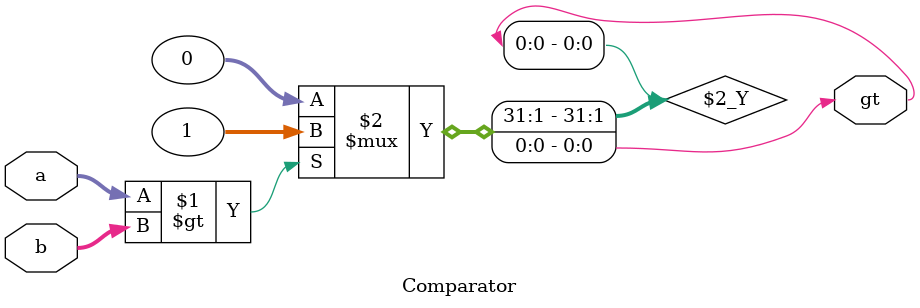
<source format=v>
module Comparator (input wire [31:0] a,input wire [31:0] b,output wire gt);
	assign gt = a > b ? 1 : 0;
endmodule

</source>
